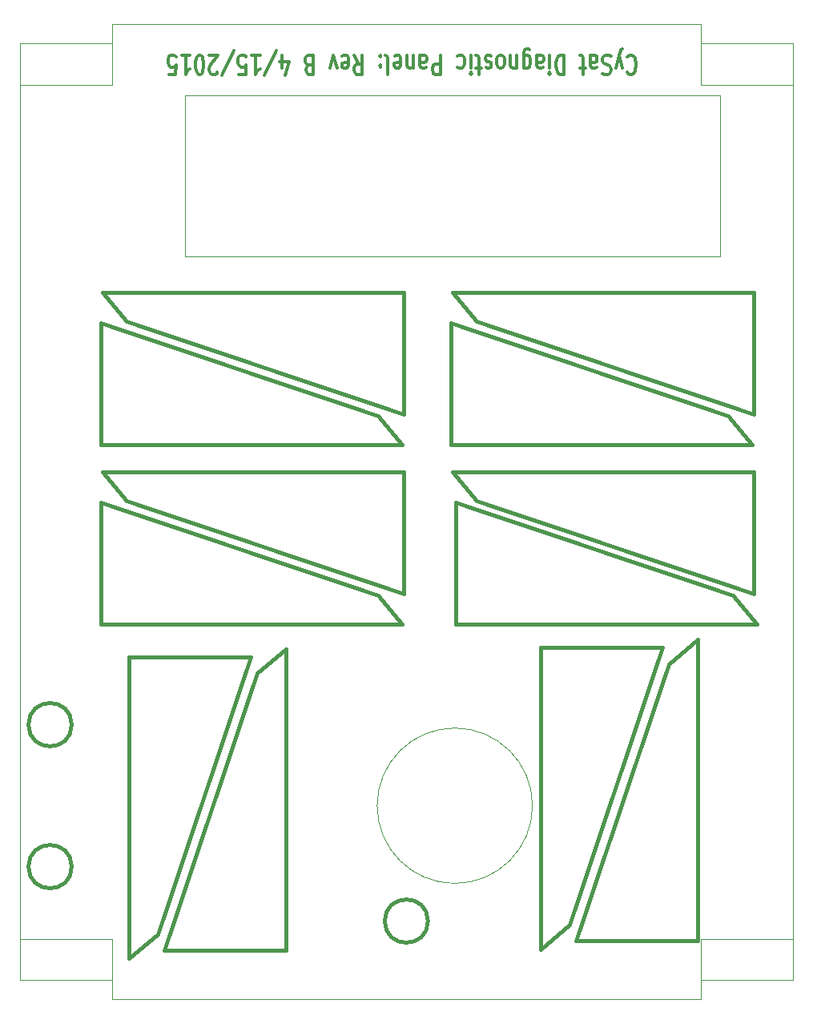
<source format=gto>
G04 #@! TF.FileFunction,Legend,Top*
%FSLAX46Y46*%
G04 Gerber Fmt 4.6, Leading zero omitted, Abs format (unit mm)*
G04 Created by KiCad (PCBNEW (after 2015-mar-04 BZR unknown)-product) date Wed 15 Apr 2015 11:51:05 AM CDT*
%MOMM*%
G01*
G04 APERTURE LIST*
%ADD10C,0.150000*%
%ADD11C,0.304800*%
%ADD12C,0.099060*%
%ADD13C,0.381000*%
G04 APERTURE END LIST*
D10*
D11*
X123625430Y-66076286D02*
X123698001Y-65979524D01*
X123915715Y-65882762D01*
X124060858Y-65882762D01*
X124278573Y-65979524D01*
X124423715Y-66173048D01*
X124496287Y-66366571D01*
X124568858Y-66753619D01*
X124568858Y-67043905D01*
X124496287Y-67430952D01*
X124423715Y-67624476D01*
X124278573Y-67818000D01*
X124060858Y-67914762D01*
X123915715Y-67914762D01*
X123698001Y-67818000D01*
X123625430Y-67721238D01*
X123117430Y-67237429D02*
X122754573Y-65882762D01*
X122391715Y-67237429D02*
X122754573Y-65882762D01*
X122899715Y-65398952D01*
X122972287Y-65302190D01*
X123117430Y-65205429D01*
X121883715Y-65979524D02*
X121666001Y-65882762D01*
X121303144Y-65882762D01*
X121158001Y-65979524D01*
X121085430Y-66076286D01*
X121012858Y-66269810D01*
X121012858Y-66463333D01*
X121085430Y-66656857D01*
X121158001Y-66753619D01*
X121303144Y-66850381D01*
X121593430Y-66947143D01*
X121738572Y-67043905D01*
X121811144Y-67140667D01*
X121883715Y-67334190D01*
X121883715Y-67527714D01*
X121811144Y-67721238D01*
X121738572Y-67818000D01*
X121593430Y-67914762D01*
X121230572Y-67914762D01*
X121012858Y-67818000D01*
X119706572Y-65882762D02*
X119706572Y-66947143D01*
X119779143Y-67140667D01*
X119924286Y-67237429D01*
X120214572Y-67237429D01*
X120359715Y-67140667D01*
X119706572Y-65979524D02*
X119851715Y-65882762D01*
X120214572Y-65882762D01*
X120359715Y-65979524D01*
X120432286Y-66173048D01*
X120432286Y-66366571D01*
X120359715Y-66560095D01*
X120214572Y-66656857D01*
X119851715Y-66656857D01*
X119706572Y-66753619D01*
X119198572Y-67237429D02*
X118618001Y-67237429D01*
X118980858Y-67914762D02*
X118980858Y-66173048D01*
X118908286Y-65979524D01*
X118763144Y-65882762D01*
X118618001Y-65882762D01*
X116948858Y-65882762D02*
X116948858Y-67914762D01*
X116586001Y-67914762D01*
X116368286Y-67818000D01*
X116223144Y-67624476D01*
X116150572Y-67430952D01*
X116078001Y-67043905D01*
X116078001Y-66753619D01*
X116150572Y-66366571D01*
X116223144Y-66173048D01*
X116368286Y-65979524D01*
X116586001Y-65882762D01*
X116948858Y-65882762D01*
X115424858Y-65882762D02*
X115424858Y-67237429D01*
X115424858Y-67914762D02*
X115497429Y-67818000D01*
X115424858Y-67721238D01*
X115352286Y-67818000D01*
X115424858Y-67914762D01*
X115424858Y-67721238D01*
X114046001Y-65882762D02*
X114046001Y-66947143D01*
X114118572Y-67140667D01*
X114263715Y-67237429D01*
X114554001Y-67237429D01*
X114699144Y-67140667D01*
X114046001Y-65979524D02*
X114191144Y-65882762D01*
X114554001Y-65882762D01*
X114699144Y-65979524D01*
X114771715Y-66173048D01*
X114771715Y-66366571D01*
X114699144Y-66560095D01*
X114554001Y-66656857D01*
X114191144Y-66656857D01*
X114046001Y-66753619D01*
X112667144Y-67237429D02*
X112667144Y-65592476D01*
X112739715Y-65398952D01*
X112812287Y-65302190D01*
X112957430Y-65205429D01*
X113175144Y-65205429D01*
X113320287Y-65302190D01*
X112667144Y-65979524D02*
X112812287Y-65882762D01*
X113102573Y-65882762D01*
X113247715Y-65979524D01*
X113320287Y-66076286D01*
X113392858Y-66269810D01*
X113392858Y-66850381D01*
X113320287Y-67043905D01*
X113247715Y-67140667D01*
X113102573Y-67237429D01*
X112812287Y-67237429D01*
X112667144Y-67140667D01*
X111941430Y-67237429D02*
X111941430Y-65882762D01*
X111941430Y-67043905D02*
X111868858Y-67140667D01*
X111723716Y-67237429D01*
X111506001Y-67237429D01*
X111360858Y-67140667D01*
X111288287Y-66947143D01*
X111288287Y-65882762D01*
X110344859Y-65882762D02*
X110490001Y-65979524D01*
X110562573Y-66076286D01*
X110635144Y-66269810D01*
X110635144Y-66850381D01*
X110562573Y-67043905D01*
X110490001Y-67140667D01*
X110344859Y-67237429D01*
X110127144Y-67237429D01*
X109982001Y-67140667D01*
X109909430Y-67043905D01*
X109836859Y-66850381D01*
X109836859Y-66269810D01*
X109909430Y-66076286D01*
X109982001Y-65979524D01*
X110127144Y-65882762D01*
X110344859Y-65882762D01*
X109256287Y-65979524D02*
X109111144Y-65882762D01*
X108820859Y-65882762D01*
X108675716Y-65979524D01*
X108603144Y-66173048D01*
X108603144Y-66269810D01*
X108675716Y-66463333D01*
X108820859Y-66560095D01*
X109038573Y-66560095D01*
X109183716Y-66656857D01*
X109256287Y-66850381D01*
X109256287Y-66947143D01*
X109183716Y-67140667D01*
X109038573Y-67237429D01*
X108820859Y-67237429D01*
X108675716Y-67140667D01*
X108167716Y-67237429D02*
X107587145Y-67237429D01*
X107950002Y-67914762D02*
X107950002Y-66173048D01*
X107877430Y-65979524D01*
X107732288Y-65882762D01*
X107587145Y-65882762D01*
X107079145Y-65882762D02*
X107079145Y-67237429D01*
X107079145Y-67914762D02*
X107151716Y-67818000D01*
X107079145Y-67721238D01*
X107006573Y-67818000D01*
X107079145Y-67914762D01*
X107079145Y-67721238D01*
X105700288Y-65979524D02*
X105845431Y-65882762D01*
X106135717Y-65882762D01*
X106280859Y-65979524D01*
X106353431Y-66076286D01*
X106426002Y-66269810D01*
X106426002Y-66850381D01*
X106353431Y-67043905D01*
X106280859Y-67140667D01*
X106135717Y-67237429D01*
X105845431Y-67237429D01*
X105700288Y-67140667D01*
X103886002Y-65882762D02*
X103886002Y-67914762D01*
X103305430Y-67914762D01*
X103160288Y-67818000D01*
X103087716Y-67721238D01*
X103015145Y-67527714D01*
X103015145Y-67237429D01*
X103087716Y-67043905D01*
X103160288Y-66947143D01*
X103305430Y-66850381D01*
X103886002Y-66850381D01*
X101708859Y-65882762D02*
X101708859Y-66947143D01*
X101781430Y-67140667D01*
X101926573Y-67237429D01*
X102216859Y-67237429D01*
X102362002Y-67140667D01*
X101708859Y-65979524D02*
X101854002Y-65882762D01*
X102216859Y-65882762D01*
X102362002Y-65979524D01*
X102434573Y-66173048D01*
X102434573Y-66366571D01*
X102362002Y-66560095D01*
X102216859Y-66656857D01*
X101854002Y-66656857D01*
X101708859Y-66753619D01*
X100983145Y-67237429D02*
X100983145Y-65882762D01*
X100983145Y-67043905D02*
X100910573Y-67140667D01*
X100765431Y-67237429D01*
X100547716Y-67237429D01*
X100402573Y-67140667D01*
X100330002Y-66947143D01*
X100330002Y-65882762D01*
X99023716Y-65979524D02*
X99168859Y-65882762D01*
X99459145Y-65882762D01*
X99604288Y-65979524D01*
X99676859Y-66173048D01*
X99676859Y-66947143D01*
X99604288Y-67140667D01*
X99459145Y-67237429D01*
X99168859Y-67237429D01*
X99023716Y-67140667D01*
X98951145Y-66947143D01*
X98951145Y-66753619D01*
X99676859Y-66560095D01*
X98080288Y-65882762D02*
X98225430Y-65979524D01*
X98298002Y-66173048D01*
X98298002Y-67914762D01*
X97499716Y-66076286D02*
X97427144Y-65979524D01*
X97499716Y-65882762D01*
X97572287Y-65979524D01*
X97499716Y-66076286D01*
X97499716Y-65882762D01*
X97499716Y-67140667D02*
X97427144Y-67043905D01*
X97499716Y-66947143D01*
X97572287Y-67043905D01*
X97499716Y-67140667D01*
X97499716Y-66947143D01*
X94742002Y-65882762D02*
X95250002Y-66850381D01*
X95612859Y-65882762D02*
X95612859Y-67914762D01*
X95032287Y-67914762D01*
X94887145Y-67818000D01*
X94814573Y-67721238D01*
X94742002Y-67527714D01*
X94742002Y-67237429D01*
X94814573Y-67043905D01*
X94887145Y-66947143D01*
X95032287Y-66850381D01*
X95612859Y-66850381D01*
X93508287Y-65979524D02*
X93653430Y-65882762D01*
X93943716Y-65882762D01*
X94088859Y-65979524D01*
X94161430Y-66173048D01*
X94161430Y-66947143D01*
X94088859Y-67140667D01*
X93943716Y-67237429D01*
X93653430Y-67237429D01*
X93508287Y-67140667D01*
X93435716Y-66947143D01*
X93435716Y-66753619D01*
X94161430Y-66560095D01*
X92927716Y-67237429D02*
X92564859Y-65882762D01*
X92202001Y-67237429D01*
X89952287Y-66947143D02*
X89734573Y-66850381D01*
X89662001Y-66753619D01*
X89589430Y-66560095D01*
X89589430Y-66269810D01*
X89662001Y-66076286D01*
X89734573Y-65979524D01*
X89879715Y-65882762D01*
X90460287Y-65882762D01*
X90460287Y-67914762D01*
X89952287Y-67914762D01*
X89807144Y-67818000D01*
X89734573Y-67721238D01*
X89662001Y-67527714D01*
X89662001Y-67334190D01*
X89734573Y-67140667D01*
X89807144Y-67043905D01*
X89952287Y-66947143D01*
X90460287Y-66947143D01*
X87122001Y-67237429D02*
X87122001Y-65882762D01*
X87484858Y-68011524D02*
X87847715Y-66560095D01*
X86904287Y-66560095D01*
X85235143Y-68011524D02*
X86541429Y-65398952D01*
X83928858Y-65882762D02*
X84799715Y-65882762D01*
X84364287Y-65882762D02*
X84364287Y-67914762D01*
X84509430Y-67624476D01*
X84654572Y-67430952D01*
X84799715Y-67334190D01*
X82550001Y-67914762D02*
X83275715Y-67914762D01*
X83348286Y-66947143D01*
X83275715Y-67043905D01*
X83130572Y-67140667D01*
X82767715Y-67140667D01*
X82622572Y-67043905D01*
X82550001Y-66947143D01*
X82477429Y-66753619D01*
X82477429Y-66269810D01*
X82550001Y-66076286D01*
X82622572Y-65979524D01*
X82767715Y-65882762D01*
X83130572Y-65882762D01*
X83275715Y-65979524D01*
X83348286Y-66076286D01*
X80735714Y-68011524D02*
X82042000Y-65398952D01*
X80300286Y-67721238D02*
X80227715Y-67818000D01*
X80082572Y-67914762D01*
X79719715Y-67914762D01*
X79574572Y-67818000D01*
X79502001Y-67721238D01*
X79429429Y-67527714D01*
X79429429Y-67334190D01*
X79502001Y-67043905D01*
X80372858Y-65882762D01*
X79429429Y-65882762D01*
X78486000Y-67914762D02*
X78340857Y-67914762D01*
X78195714Y-67818000D01*
X78123143Y-67721238D01*
X78050572Y-67527714D01*
X77978000Y-67140667D01*
X77978000Y-66656857D01*
X78050572Y-66269810D01*
X78123143Y-66076286D01*
X78195714Y-65979524D01*
X78340857Y-65882762D01*
X78486000Y-65882762D01*
X78631143Y-65979524D01*
X78703714Y-66076286D01*
X78776286Y-66269810D01*
X78848857Y-66656857D01*
X78848857Y-67140667D01*
X78776286Y-67527714D01*
X78703714Y-67721238D01*
X78631143Y-67818000D01*
X78486000Y-67914762D01*
X76526571Y-65882762D02*
X77397428Y-65882762D01*
X76962000Y-65882762D02*
X76962000Y-67914762D01*
X77107143Y-67624476D01*
X77252285Y-67430952D01*
X77397428Y-67334190D01*
X75147714Y-67914762D02*
X75873428Y-67914762D01*
X75945999Y-66947143D01*
X75873428Y-67043905D01*
X75728285Y-67140667D01*
X75365428Y-67140667D01*
X75220285Y-67043905D01*
X75147714Y-66947143D01*
X75075142Y-66753619D01*
X75075142Y-66269810D01*
X75147714Y-66076286D01*
X75220285Y-65979524D01*
X75365428Y-65882762D01*
X75728285Y-65882762D01*
X75873428Y-65979524D01*
X75945999Y-66076286D01*
D12*
X69171820Y-64648080D02*
X69171820Y-62638940D01*
X59420760Y-64648080D02*
X69171820Y-64648080D01*
X131396740Y-64648080D02*
X141150340Y-64648080D01*
X131396740Y-62638940D02*
X131396740Y-64648080D01*
X113609750Y-145200000D02*
G75*
G03X113609750Y-145200000I-8209750J0D01*
G01*
X69171820Y-62638940D02*
X131396740Y-62638940D01*
X131391660Y-163639500D02*
X131391660Y-165638480D01*
X69171820Y-163639500D02*
X69171820Y-165638480D01*
X131391660Y-165638480D02*
X69171820Y-165638480D01*
X76921360Y-70139560D02*
X76921360Y-87139780D01*
X133421120Y-70139560D02*
X133421120Y-87139780D01*
X76921360Y-70139560D02*
X133421120Y-70139560D01*
X133421120Y-87139780D02*
X76921360Y-87139780D01*
X69171820Y-159258000D02*
X59420760Y-159258000D01*
X69171820Y-163639500D02*
X69171820Y-159258000D01*
X131391660Y-159258000D02*
X141150340Y-159258000D01*
X131391660Y-163639500D02*
X131391660Y-159258000D01*
X131391660Y-69029580D02*
X141150340Y-69029580D01*
X131391660Y-64648080D02*
X131391660Y-69029580D01*
X69171820Y-69029580D02*
X59420760Y-69029580D01*
X69171820Y-64648080D02*
X69171820Y-69029580D01*
X141150340Y-163639500D02*
X131391660Y-163639500D01*
X141150340Y-64648080D02*
X141150340Y-163639500D01*
X59420760Y-163639500D02*
X59420760Y-64648080D01*
X59420760Y-163639500D02*
X69171820Y-163639500D01*
D13*
X64907160Y-136639300D02*
G75*
G03X64907160Y-136639300I-2286000J0D01*
G01*
X64907160Y-151638000D02*
G75*
G03X64907160Y-151638000I-2286000J0D01*
G01*
X102567740Y-157388560D02*
G75*
G03X102567740Y-157388560I-2286000J0D01*
G01*
X100000000Y-103822120D02*
X70713800Y-93992320D01*
X70713800Y-93992320D02*
X68148400Y-90944320D01*
X100000000Y-103822120D02*
X100000000Y-90944320D01*
X100000000Y-90944320D02*
X68148400Y-90944320D01*
X68000000Y-94177880D02*
X97286200Y-104007680D01*
X97286200Y-104007680D02*
X99851600Y-107055680D01*
X68000000Y-94177880D02*
X68000000Y-107055680D01*
X68000000Y-107055680D02*
X99851600Y-107055680D01*
X137000000Y-103822120D02*
X107713800Y-93992320D01*
X107713800Y-93992320D02*
X105148400Y-90944320D01*
X137000000Y-103822120D02*
X137000000Y-90944320D01*
X137000000Y-90944320D02*
X105148400Y-90944320D01*
X105000000Y-94177880D02*
X134286200Y-104007680D01*
X134286200Y-104007680D02*
X136851600Y-107055680D01*
X105000000Y-94177880D02*
X105000000Y-107055680D01*
X105000000Y-107055680D02*
X136851600Y-107055680D01*
X68000000Y-113177880D02*
X97286200Y-123007680D01*
X97286200Y-123007680D02*
X99851600Y-126055680D01*
X68000000Y-113177880D02*
X68000000Y-126055680D01*
X68000000Y-126055680D02*
X99851600Y-126055680D01*
X100000000Y-122822120D02*
X70713800Y-112992320D01*
X70713800Y-112992320D02*
X68148400Y-109944320D01*
X100000000Y-122822120D02*
X100000000Y-109944320D01*
X100000000Y-109944320D02*
X68148400Y-109944320D01*
X105500000Y-113177880D02*
X134786200Y-123007680D01*
X134786200Y-123007680D02*
X137351600Y-126055680D01*
X105500000Y-113177880D02*
X105500000Y-126055680D01*
X105500000Y-126055680D02*
X137351600Y-126055680D01*
X137000000Y-122822120D02*
X107713800Y-112992320D01*
X107713800Y-112992320D02*
X105148400Y-109944320D01*
X137000000Y-122822120D02*
X137000000Y-109944320D01*
X137000000Y-109944320D02*
X105148400Y-109944320D01*
X74677880Y-160500000D02*
X84507680Y-131213800D01*
X84507680Y-131213800D02*
X87555680Y-128648400D01*
X74677880Y-160500000D02*
X87555680Y-160500000D01*
X87555680Y-160500000D02*
X87555680Y-128648400D01*
X83822120Y-129500000D02*
X73992320Y-158786200D01*
X73992320Y-158786200D02*
X70944320Y-161351600D01*
X83822120Y-129500000D02*
X70944320Y-129500000D01*
X70944320Y-129500000D02*
X70944320Y-161351600D01*
X118177880Y-159500000D02*
X128007680Y-130213800D01*
X128007680Y-130213800D02*
X131055680Y-127648400D01*
X118177880Y-159500000D02*
X131055680Y-159500000D01*
X131055680Y-159500000D02*
X131055680Y-127648400D01*
X127322120Y-128500000D02*
X117492320Y-157786200D01*
X117492320Y-157786200D02*
X114444320Y-160351600D01*
X127322120Y-128500000D02*
X114444320Y-128500000D01*
X114444320Y-128500000D02*
X114444320Y-160351600D01*
M02*

</source>
